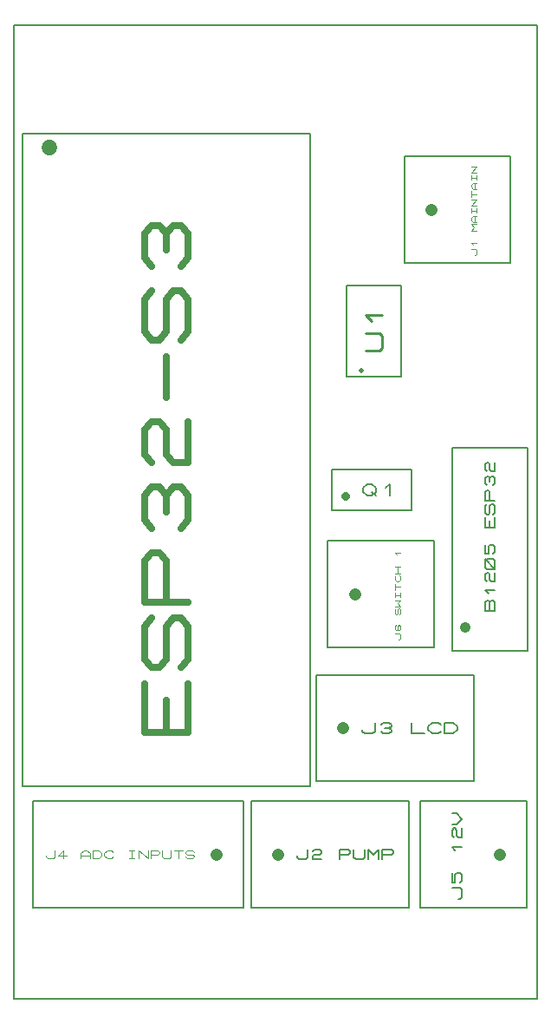
<source format=gbr>
G04 PROTEUS GERBER X2 FILE*
%TF.GenerationSoftware,Labcenter,Proteus,8.13-SP0-Build31525*%
%TF.CreationDate,2024-05-12T14:24:26+00:00*%
%TF.FileFunction,AssemblyDrawing,Top*%
%TF.FilePolarity,Positive*%
%TF.Part,Single*%
%TF.SameCoordinates,{a0f7e056-3ba2-47e4-9380-b7f19c802b0c}*%
%FSLAX45Y45*%
%MOMM*%
G01*
%TA.AperFunction,Material*%
%ADD26C,0.203200*%
%ADD38C,1.524000*%
%ADD39C,0.709930*%
%ADD40C,1.219200*%
%ADD41C,0.126080*%
%ADD42C,0.161710*%
%ADD43C,1.016000*%
%ADD44C,0.149830*%
%ADD45C,0.155140*%
%ADD46C,0.089800*%
%ADD47C,0.812800*%
%ADD48C,0.194730*%
%ADD49C,0.508000*%
%ADD50C,0.259920*%
%TA.AperFunction,Profile*%
%ADD22C,0.203200*%
%TA.AperFunction,Material*%
%ADD51C,0.178640*%
%TD.AperFunction*%
D26*
X-1915160Y-1280160D02*
X+899160Y-1280160D01*
X+899160Y+5090160D01*
X-1915160Y+5090160D01*
X-1915160Y-1280160D01*
D38*
X-1651000Y+4953000D02*
X-1651000Y+4953000D01*
D39*
X-295021Y-278226D02*
X-295021Y-757428D01*
X-720979Y-757428D01*
X-720979Y-278226D01*
X-508000Y-757428D02*
X-508000Y-437960D01*
X-366014Y-118491D02*
X-295021Y-38624D01*
X-295021Y+280844D01*
X-366014Y+360711D01*
X-437007Y+360711D01*
X-508000Y+280844D01*
X-508000Y-38624D01*
X-578993Y-118491D01*
X-649986Y-118491D01*
X-720979Y-38624D01*
X-720979Y+280844D01*
X-649986Y+360711D01*
X-295021Y+520446D02*
X-720979Y+520446D01*
X-720979Y+919781D01*
X-649986Y+999648D01*
X-578993Y+999648D01*
X-508000Y+919781D01*
X-508000Y+520446D01*
X-649986Y+1239250D02*
X-720979Y+1319117D01*
X-720979Y+1558718D01*
X-649986Y+1638585D01*
X-578993Y+1638585D01*
X-508000Y+1558718D01*
X-437007Y+1638585D01*
X-366014Y+1638585D01*
X-295021Y+1558718D01*
X-295021Y+1319117D01*
X-366014Y+1239250D01*
X-508000Y+1398984D02*
X-508000Y+1558718D01*
X-649986Y+1878187D02*
X-720979Y+1958054D01*
X-720979Y+2197655D01*
X-649986Y+2277522D01*
X-578993Y+2277522D01*
X-508000Y+2197655D01*
X-508000Y+1958054D01*
X-437007Y+1878187D01*
X-295021Y+1878187D01*
X-295021Y+2277522D01*
X-508000Y+2517124D02*
X-508000Y+2916459D01*
X-366014Y+3076194D02*
X-295021Y+3156061D01*
X-295021Y+3475529D01*
X-366014Y+3555396D01*
X-437007Y+3555396D01*
X-508000Y+3475529D01*
X-508000Y+3156061D01*
X-578993Y+3076194D01*
X-649986Y+3076194D01*
X-720979Y+3156061D01*
X-720979Y+3475529D01*
X-649986Y+3555396D01*
X-649986Y+3794998D02*
X-720979Y+3874865D01*
X-720979Y+4114466D01*
X-649986Y+4194333D01*
X-578993Y+4194333D01*
X-508000Y+4114466D01*
X-437007Y+4194333D01*
X-366014Y+4194333D01*
X-295021Y+4114466D01*
X-295021Y+3874865D01*
X-366014Y+3794998D01*
X-508000Y+3954732D02*
X-508000Y+4114466D01*
D26*
X-1808860Y-2461260D02*
X+243460Y-2461260D01*
X+243460Y-1424940D01*
X-1808860Y-1424940D01*
X-1808860Y-2461260D01*
D40*
X-20700Y-1943100D02*
X-20700Y-1943100D01*
D41*
X-1682873Y-1955709D02*
X-1682873Y-1968318D01*
X-1668689Y-1980927D01*
X-1611949Y-1980927D01*
X-1597764Y-1968318D01*
X-1597764Y-1905274D01*
X-1484285Y-1955709D02*
X-1569394Y-1955709D01*
X-1512655Y-1905274D01*
X-1512655Y-1980927D01*
X-1342436Y-1980927D02*
X-1342436Y-1930492D01*
X-1314067Y-1905274D01*
X-1285697Y-1905274D01*
X-1257327Y-1930492D01*
X-1257327Y-1980927D01*
X-1342436Y-1955709D02*
X-1257327Y-1955709D01*
X-1228957Y-1980927D02*
X-1228957Y-1905274D01*
X-1172218Y-1905274D01*
X-1143848Y-1930492D01*
X-1143848Y-1955709D01*
X-1172218Y-1980927D01*
X-1228957Y-1980927D01*
X-1030369Y-1968318D02*
X-1044554Y-1980927D01*
X-1087109Y-1980927D01*
X-1115478Y-1955709D01*
X-1115478Y-1930492D01*
X-1087109Y-1905274D01*
X-1044554Y-1905274D01*
X-1030369Y-1917883D01*
X-874336Y-1905274D02*
X-817596Y-1905274D01*
X-845966Y-1905274D02*
X-845966Y-1980927D01*
X-874336Y-1980927D02*
X-817596Y-1980927D01*
X-775041Y-1980927D02*
X-775041Y-1905274D01*
X-689932Y-1980927D01*
X-689932Y-1905274D01*
X-661562Y-1980927D02*
X-661562Y-1905274D01*
X-590638Y-1905274D01*
X-576453Y-1917883D01*
X-576453Y-1930492D01*
X-590638Y-1943100D01*
X-661562Y-1943100D01*
X-548083Y-1905274D02*
X-548083Y-1968318D01*
X-533899Y-1980927D01*
X-477159Y-1980927D01*
X-462974Y-1968318D01*
X-462974Y-1905274D01*
X-434604Y-1905274D02*
X-349495Y-1905274D01*
X-392050Y-1905274D02*
X-392050Y-1980927D01*
X-321125Y-1968318D02*
X-306941Y-1980927D01*
X-250201Y-1980927D01*
X-236016Y-1968318D01*
X-236016Y-1955709D01*
X-250201Y-1943100D01*
X-306941Y-1943100D01*
X-321125Y-1930492D01*
X-321125Y-1917883D01*
X-306941Y-1905274D01*
X-250201Y-1905274D01*
X-236016Y-1917883D01*
D26*
X+1975740Y-2461260D02*
X+3012060Y-2461260D01*
X+3012060Y-1424940D01*
X+1975740Y-1424940D01*
X+1975740Y-2461260D01*
D40*
X+2747900Y-1943100D02*
X+2747900Y-1943100D01*
D42*
X+2347511Y-2379723D02*
X+2363683Y-2379723D01*
X+2379854Y-2361531D01*
X+2379854Y-2288760D01*
X+2363683Y-2270568D01*
X+2282826Y-2270568D01*
X+2282826Y-2125027D02*
X+2282826Y-2215990D01*
X+2315169Y-2215990D01*
X+2315169Y-2143219D01*
X+2331340Y-2125027D01*
X+2363683Y-2125027D01*
X+2379854Y-2143219D01*
X+2379854Y-2197797D01*
X+2363683Y-2215990D01*
X+2315169Y-1906715D02*
X+2282826Y-1870330D01*
X+2379854Y-1870330D01*
X+2298997Y-1779367D02*
X+2282826Y-1761174D01*
X+2282826Y-1706596D01*
X+2298997Y-1688404D01*
X+2315169Y-1688404D01*
X+2331340Y-1706596D01*
X+2331340Y-1761174D01*
X+2347511Y-1779367D01*
X+2379854Y-1779367D01*
X+2379854Y-1688404D01*
X+2282826Y-1652018D02*
X+2331340Y-1652018D01*
X+2379854Y-1597441D01*
X+2331340Y-1542863D01*
X+2282826Y-1542863D01*
D26*
X+2282500Y+43940D02*
X+3024580Y+43940D01*
X+3024580Y+2024260D01*
X+2282500Y+2024260D01*
X+2282500Y+43940D01*
D43*
X+2409500Y+272100D02*
X+2409500Y+272100D01*
D44*
X+2698490Y+431916D02*
X+2608591Y+431916D01*
X+2608591Y+516196D01*
X+2623574Y+533052D01*
X+2638557Y+533052D01*
X+2653540Y+516196D01*
X+2668524Y+533052D01*
X+2683507Y+533052D01*
X+2698490Y+516196D01*
X+2698490Y+431916D01*
X+2653540Y+431916D02*
X+2653540Y+516196D01*
X+2638557Y+600476D02*
X+2608591Y+634188D01*
X+2698490Y+634188D01*
X+2623574Y+718468D02*
X+2608591Y+735324D01*
X+2608591Y+785892D01*
X+2623574Y+802748D01*
X+2638557Y+802748D01*
X+2653540Y+785892D01*
X+2653540Y+735324D01*
X+2668524Y+718468D01*
X+2698490Y+718468D01*
X+2698490Y+802748D01*
X+2683507Y+836460D02*
X+2623574Y+836460D01*
X+2608591Y+853316D01*
X+2608591Y+920740D01*
X+2623574Y+937596D01*
X+2683507Y+937596D01*
X+2698490Y+920740D01*
X+2698490Y+853316D01*
X+2683507Y+836460D01*
X+2698490Y+836460D02*
X+2608591Y+937596D01*
X+2608591Y+1072444D02*
X+2608591Y+988164D01*
X+2638557Y+988164D01*
X+2638557Y+1055588D01*
X+2653540Y+1072444D01*
X+2683507Y+1072444D01*
X+2698490Y+1055588D01*
X+2698490Y+1005020D01*
X+2683507Y+988164D01*
X+2698490Y+1342140D02*
X+2698490Y+1241004D01*
X+2608591Y+1241004D01*
X+2608591Y+1342140D01*
X+2653540Y+1241004D02*
X+2653540Y+1308428D01*
X+2683507Y+1375852D02*
X+2698490Y+1392708D01*
X+2698490Y+1460132D01*
X+2683507Y+1476988D01*
X+2668524Y+1476988D01*
X+2653540Y+1460132D01*
X+2653540Y+1392708D01*
X+2638557Y+1375852D01*
X+2623574Y+1375852D01*
X+2608591Y+1392708D01*
X+2608591Y+1460132D01*
X+2623574Y+1476988D01*
X+2698490Y+1510700D02*
X+2608591Y+1510700D01*
X+2608591Y+1594980D01*
X+2623574Y+1611836D01*
X+2638557Y+1611836D01*
X+2653540Y+1594980D01*
X+2653540Y+1510700D01*
X+2623574Y+1662404D02*
X+2608591Y+1679260D01*
X+2608591Y+1729828D01*
X+2623574Y+1746684D01*
X+2638557Y+1746684D01*
X+2653540Y+1729828D01*
X+2668524Y+1746684D01*
X+2683507Y+1746684D01*
X+2698490Y+1729828D01*
X+2698490Y+1679260D01*
X+2683507Y+1662404D01*
X+2653540Y+1696116D02*
X+2653540Y+1729828D01*
X+2623574Y+1797252D02*
X+2608591Y+1814108D01*
X+2608591Y+1864676D01*
X+2623574Y+1881532D01*
X+2638557Y+1881532D01*
X+2653540Y+1864676D01*
X+2653540Y+1814108D01*
X+2668524Y+1797252D01*
X+2698490Y+1797252D01*
X+2698490Y+1881532D01*
D26*
X+320040Y-2461260D02*
X+1864360Y-2461260D01*
X+1864360Y-1424940D01*
X+320040Y-1424940D01*
X+320040Y-2461260D01*
D40*
X+584200Y-1943100D02*
X+584200Y-1943100D01*
D45*
X+766069Y-1958614D02*
X+766069Y-1974128D01*
X+783522Y-1989642D01*
X+853335Y-1989642D01*
X+870788Y-1974128D01*
X+870788Y-1896558D01*
X+923148Y-1912072D02*
X+940601Y-1896558D01*
X+992961Y-1896558D01*
X+1010414Y-1912072D01*
X+1010414Y-1927586D01*
X+992961Y-1943100D01*
X+940601Y-1943100D01*
X+923148Y-1958614D01*
X+923148Y-1989642D01*
X+1010414Y-1989642D01*
X+1184947Y-1989642D02*
X+1184947Y-1896558D01*
X+1272213Y-1896558D01*
X+1289666Y-1912072D01*
X+1289666Y-1927586D01*
X+1272213Y-1943100D01*
X+1184947Y-1943100D01*
X+1324573Y-1896558D02*
X+1324573Y-1974128D01*
X+1342026Y-1989642D01*
X+1411839Y-1989642D01*
X+1429292Y-1974128D01*
X+1429292Y-1896558D01*
X+1464199Y-1989642D02*
X+1464199Y-1896558D01*
X+1516558Y-1943100D01*
X+1568918Y-1896558D01*
X+1568918Y-1989642D01*
X+1603825Y-1989642D02*
X+1603825Y-1896558D01*
X+1691091Y-1896558D01*
X+1708544Y-1912072D01*
X+1708544Y-1927586D01*
X+1691091Y-1943100D01*
X+1603825Y-1943100D01*
D26*
X+1816140Y+3827940D02*
X+2852460Y+3827940D01*
X+2852460Y+4864260D01*
X+1816140Y+4864260D01*
X+1816140Y+3827940D01*
D40*
X+2080300Y+4346100D02*
X+2080300Y+4346100D01*
D46*
X+2505841Y+3901563D02*
X+2514822Y+3901563D01*
X+2523802Y+3911666D01*
X+2523802Y+3952078D01*
X+2514822Y+3962181D01*
X+2469919Y+3962181D01*
X+2487880Y+4002594D02*
X+2469919Y+4022800D01*
X+2523802Y+4022800D01*
X+2523802Y+4144038D02*
X+2469919Y+4144038D01*
X+2496860Y+4174347D01*
X+2469919Y+4204656D01*
X+2523802Y+4204656D01*
X+2523802Y+4224863D02*
X+2487880Y+4224863D01*
X+2469919Y+4245069D01*
X+2469919Y+4265275D01*
X+2487880Y+4285481D01*
X+2523802Y+4285481D01*
X+2505841Y+4224863D02*
X+2505841Y+4285481D01*
X+2469919Y+4315791D02*
X+2469919Y+4356203D01*
X+2469919Y+4335997D02*
X+2523802Y+4335997D01*
X+2523802Y+4315791D02*
X+2523802Y+4356203D01*
X+2523802Y+4386513D02*
X+2469919Y+4386513D01*
X+2523802Y+4447131D01*
X+2469919Y+4447131D01*
X+2469919Y+4467338D02*
X+2469919Y+4527956D01*
X+2469919Y+4497647D02*
X+2523802Y+4497647D01*
X+2523802Y+4548163D02*
X+2487880Y+4548163D01*
X+2469919Y+4568369D01*
X+2469919Y+4588575D01*
X+2487880Y+4608781D01*
X+2523802Y+4608781D01*
X+2505841Y+4548163D02*
X+2505841Y+4608781D01*
X+2469919Y+4639091D02*
X+2469919Y+4679503D01*
X+2469919Y+4659297D02*
X+2523802Y+4659297D01*
X+2523802Y+4639091D02*
X+2523802Y+4679503D01*
X+2523802Y+4709813D02*
X+2469919Y+4709813D01*
X+2523802Y+4770431D01*
X+2469919Y+4770431D01*
D26*
X+1069340Y+78740D02*
X+2105660Y+78740D01*
X+2105660Y+1115060D01*
X+1069340Y+1115060D01*
X+1069340Y+78740D01*
D40*
X+1333500Y+596900D02*
X+1333500Y+596900D01*
D46*
X+1759041Y+152363D02*
X+1768022Y+152363D01*
X+1777002Y+162466D01*
X+1777002Y+202878D01*
X+1768022Y+212981D01*
X+1723119Y+212981D01*
X+1732099Y+293806D02*
X+1723119Y+283703D01*
X+1723119Y+253394D01*
X+1732099Y+243291D01*
X+1768022Y+243291D01*
X+1777002Y+253394D01*
X+1777002Y+283703D01*
X+1768022Y+293806D01*
X+1759041Y+293806D01*
X+1750060Y+283703D01*
X+1750060Y+243291D01*
X+1768022Y+394838D02*
X+1777002Y+404941D01*
X+1777002Y+445353D01*
X+1768022Y+455456D01*
X+1759041Y+455456D01*
X+1750060Y+445353D01*
X+1750060Y+404941D01*
X+1741080Y+394838D01*
X+1732099Y+394838D01*
X+1723119Y+404941D01*
X+1723119Y+445353D01*
X+1732099Y+455456D01*
X+1723119Y+475663D02*
X+1777002Y+475663D01*
X+1750060Y+505972D01*
X+1777002Y+536281D01*
X+1723119Y+536281D01*
X+1723119Y+566591D02*
X+1723119Y+607003D01*
X+1723119Y+586797D02*
X+1777002Y+586797D01*
X+1777002Y+566591D02*
X+1777002Y+607003D01*
X+1723119Y+637313D02*
X+1723119Y+697931D01*
X+1723119Y+667622D02*
X+1777002Y+667622D01*
X+1768022Y+778756D02*
X+1777002Y+768653D01*
X+1777002Y+738344D01*
X+1759041Y+718138D01*
X+1741080Y+718138D01*
X+1723119Y+738344D01*
X+1723119Y+768653D01*
X+1732099Y+778756D01*
X+1777002Y+798963D02*
X+1723119Y+798963D01*
X+1723119Y+859581D02*
X+1777002Y+859581D01*
X+1750060Y+798963D02*
X+1750060Y+859581D01*
X+1741080Y+980819D02*
X+1723119Y+1001025D01*
X+1777002Y+1001025D01*
D26*
X+1107440Y+1412240D02*
X+1889760Y+1412240D01*
X+1889760Y+1813560D01*
X+1107440Y+1813560D01*
X+1107440Y+1412240D01*
D47*
X+1244600Y+1549400D02*
X+1244600Y+1549400D01*
D48*
X+1412241Y+1632373D02*
X+1456055Y+1671320D01*
X+1499870Y+1671320D01*
X+1543685Y+1632373D01*
X+1543685Y+1593427D01*
X+1499870Y+1554480D01*
X+1456055Y+1554480D01*
X+1412241Y+1593427D01*
X+1412241Y+1632373D01*
X+1499870Y+1593427D02*
X+1543685Y+1554480D01*
X+1631314Y+1632373D02*
X+1675129Y+1671320D01*
X+1675129Y+1554480D01*
D26*
X+1256390Y+2714350D02*
X+1784710Y+2714350D01*
X+1784710Y+3603350D01*
X+1256390Y+3603350D01*
X+1256390Y+2714350D01*
D49*
X+1393550Y+2777850D02*
X+1393550Y+2777850D01*
D50*
X+1442573Y+2969367D02*
X+1572536Y+2969367D01*
X+1598528Y+2998608D01*
X+1598528Y+3115575D01*
X+1572536Y+3144816D01*
X+1442573Y+3144816D01*
X+1494558Y+3261783D02*
X+1442573Y+3320266D01*
X+1598528Y+3320266D01*
D22*
X-1995300Y-3350000D02*
X+3114700Y-3350000D01*
X+3114700Y+6150000D01*
X-1995300Y+6150000D01*
X-1995300Y-3350000D01*
D26*
X+955840Y-1228160D02*
X+2500160Y-1228160D01*
X+2500160Y-191840D01*
X+955840Y-191840D01*
X+955840Y-1228160D01*
D40*
X+1220000Y-710000D02*
X+1220000Y-710000D01*
D51*
X+1408217Y-727865D02*
X+1408217Y-745730D01*
X+1428314Y-763594D01*
X+1508705Y-763594D01*
X+1528802Y-745730D01*
X+1528802Y-656407D01*
X+1589095Y-674271D02*
X+1609193Y-656407D01*
X+1669486Y-656407D01*
X+1689583Y-674271D01*
X+1689583Y-692136D01*
X+1669486Y-710000D01*
X+1689583Y-727865D01*
X+1689583Y-745730D01*
X+1669486Y-763594D01*
X+1609193Y-763594D01*
X+1589095Y-745730D01*
X+1629290Y-710000D02*
X+1669486Y-710000D01*
X+1890560Y-656407D02*
X+1890560Y-763594D01*
X+2011145Y-763594D01*
X+2171926Y-745730D02*
X+2151829Y-763594D01*
X+2091536Y-763594D01*
X+2051341Y-727865D01*
X+2051341Y-692136D01*
X+2091536Y-656407D01*
X+2151829Y-656407D01*
X+2171926Y-674271D01*
X+2212122Y-763594D02*
X+2212122Y-656407D01*
X+2292512Y-656407D01*
X+2332707Y-692136D01*
X+2332707Y-727865D01*
X+2292512Y-763594D01*
X+2212122Y-763594D01*
M02*

</source>
